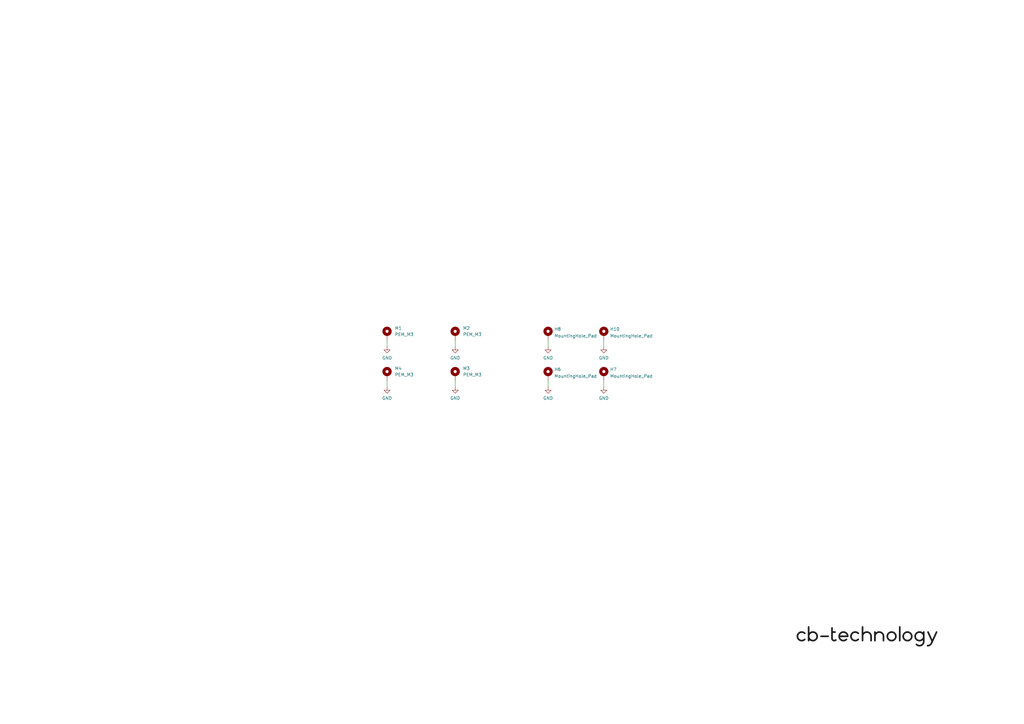
<source format=kicad_sch>
(kicad_sch (version 20230121) (generator eeschema)
  (paper "A3")
  (title_block (title "MOTOR MOUNT FACEPLATE 22mm 0deg") (date "2024-04-17") (rev "v1.0") (company "CB-TECHNOLOGY"))
  (lib_symbols
    (symbol "M_Mechanical:PEM_M3 " (in_bom no)
      (property "Reference" "M" (at -0.635 -3.175 0))
      (property "Value" "PEM_M3" (at 0 3.175 0))
      (symbol "PEM_M3 _0_1"
        (circle (center 0 0) (radius 1.27) (stroke (width 1.27)))
      )
      (symbol "PEM_M3 _1_1"
        (pin passive line (at 3.81 0 180) (length 2.54) (name "~") (number ""))
      )
    )
    (symbol "Mechanical:MountingHole_Pad" (pin_numbers hide) (pin_names (offset 1.016) hide)
      (property "Reference" "H" (at 0 6.35 0))
      (property "Value" "MountingHole_Pad" (at 0 4.445 0))
      (symbol "MountingHole_Pad_0_1"
        (circle (center 0 1.27) (radius 1.27) (stroke (width 1.27)))
      )
      (symbol "MountingHole_Pad_1_1"
        (pin input line (at 0 -2.54 90) (length 2.54) (name "1") (number "1"))
      )
    )
    (symbol "power:GND" (power) (pin_names (offset 0))
      (property "Value" "GND" (at 0 -3.81 0))
      (symbol "GND_0_1"
        (polyline (pts (xy 0 0) (xy 0 -1.27) (xy 1.27 -1.27) (xy 0 -2.54) (xy -1.27 -1.27) (xy 0 -1.27)))
      )
      (symbol "GND_1_1"
        (pin power_in line (at 0 0 270) (length 0) hide (name "GND") (number "1"))
      )
    )
  )
  (wire (pts (xy 158.75 158.75) (xy 158.75 156.21)))
  (wire (pts (xy 247.65 142.24) (xy 247.65 139.7)))
  (wire (pts (xy 158.75 142.24) (xy 158.75 139.7)))
  (wire (pts (xy 247.65 158.75) (xy 247.65 156.21)))
  (wire (pts (xy 224.79 158.75) (xy 224.79 156.21)))
  (wire (pts (xy 186.69 158.75) (xy 186.69 156.21)))
  (wire (pts (xy 224.79 142.24) (xy 224.79 139.7)))
  (wire (pts (xy 186.69 142.24) (xy 186.69 139.7)))
  (image (at 355.6 260.985) (scale 0.227268))
  (symbol (lib_id "power:GND") (at 186.69 158.75 0) (unit 1)
    (property "Reference" "#PWR010" (effects hide))
    (property "Value" "GND" (at 186.69 163.3125 0))
  )
  (symbol (lib_id "Mechanical:MountingHole_Pad") (at 247.65 137.16 0) (unit 1) (in_bom no)
    (property "Reference" "H10" (at 250.19 134.9815 0) (effects (justify left)))
    (property "Value" "MountingHole_Pad" (at 250.19 137.7566 0) (effects (justify left)))
    (property "Footprint" "MountingHole:MountingHole_2.2mm_M2_Pad_TopOnly" (effects hide))
  )
  (symbol (lib_id "Mechanical:MountingHole_Pad") (at 224.79 153.67 0) (unit 1) (in_bom no)
    (property "Reference" "H6" (at 227.33 151.4915 0) (effects (justify left)))
    (property "Value" "MountingHole_Pad" (at 227.33 154.2666 0) (effects (justify left)))
    (property "Footprint" "MountingHole:MountingHole_2.2mm_M2_Pad_TopOnly" (effects hide))
  )
  (symbol (lib_id "power:GND") (at 224.79 142.24 0) (unit 1)
    (property "Reference" "#PWR07" (effects hide))
    (property "Value" "GND" (at 224.79 146.8025 0))
  )
  (symbol (lib_id "power:GND") (at 224.79 158.75 0) (unit 1)
    (property "Reference" "#PWR0101" (effects hide))
    (property "Value" "GND" (at 224.79 163.3125 0))
  )
  (symbol (lib_id "power:GND") (at 247.65 158.75 0) (unit 1)
    (property "Reference" "#PWR0102" (effects hide))
    (property "Value" "GND" (at 247.65 163.3125 0))
  )
  (symbol (lib_id "power:GND") (at 247.65 142.24 0) (unit 1)
    (property "Reference" "#PWR09" (effects hide))
    (property "Value" "GND" (at 247.65 146.8025 0))
  )
  (symbol (lib_id "Mechanical:MountingHole_Pad") (at 224.79 137.16 0) (unit 1) (in_bom no)
    (property "Reference" "H8" (at 227.33 134.9815 0) (effects (justify left)))
    (property "Value" "MountingHole_Pad" (at 227.33 137.7566 0) (effects (justify left)))
    (property "Footprint" "MountingHole:MountingHole_2.2mm_M2_Pad_TopOnly" (effects hide))
  )
  (symbol (lib_id "M_Mechanical:PEM_M3 ") (at 186.69 152.4 270) (unit 1)
    (property "Reference" "M3" (at 189.865 151.13 90) (effects (justify left)))
    (property "Value" "PEM_M3" (at 189.865 153.67 90) (effects (justify left)))
    (property "Footprint" "M_Mechanical:PEM_M3" (effects hide))
    (property "Datasheet" "https://www.lcsc.com/datasheet/lcsc_datasheet_2111221230_Sinhoo-SMTSO3020MTJ_C2915633.pdf" (effects hide))
    (property "LCSC_Part" "C2915633" (effects hide))
    (property "MFG_Part" "SMTSO3020MTJ" (effects hide))
  )
  (symbol (lib_id "M_Mechanical:PEM_M3 ") (at 186.69 135.89 270) (unit 1)
    (property "Reference" "M2" (at 189.865 134.62 90) (effects (justify left)))
    (property "Value" "PEM_M3" (at 189.865 137.16 90) (effects (justify left)))
    (property "Footprint" "M_Mechanical:PEM_M3" (effects hide))
    (property "Datasheet" "https://www.lcsc.com/datasheet/lcsc_datasheet_2111221230_Sinhoo-SMTSO3020MTJ_C2915633.pdf" (effects hide))
    (property "LCSC_Part" "C2915633" (effects hide))
    (property "MFG_Part" "SMTSO3020MTJ" (effects hide))
  )
  (symbol (lib_id "Mechanical:MountingHole_Pad") (at 247.65 153.67 0) (unit 1) (in_bom no)
    (property "Reference" "H7" (at 250.19 151.4915 0) (effects (justify left)))
    (property "Value" "MountingHole_Pad" (at 250.19 154.2666 0) (effects (justify left)))
    (property "Footprint" "MountingHole:MountingHole_2.2mm_M2_Pad_TopOnly" (effects hide))
  )
  (symbol (lib_id "power:GND") (at 158.75 142.24 0) (unit 1)
    (property "Reference" "#PWR05" (effects hide))
    (property "Value" "GND" (at 158.75 146.8025 0))
  )
  (symbol (lib_id "power:GND") (at 186.69 142.24 0) (unit 1)
    (property "Reference" "#PWR08" (effects hide))
    (property "Value" "GND" (at 186.69 146.8025 0))
  )
  (symbol (lib_id "M_Mechanical:PEM_M3 ") (at 158.75 135.89 270) (unit 1)
    (property "Reference" "M1" (at 161.925 134.62 90) (effects (justify left)))
    (property "Value" "PEM_M3" (at 161.925 137.16 90) (effects (justify left)))
    (property "Footprint" "M_Mechanical:PEM_M3" (effects hide))
    (property "Datasheet" "https://www.lcsc.com/datasheet/lcsc_datasheet_2111221230_Sinhoo-SMTSO3020MTJ_C2915633.pdf" (effects hide))
    (property "LCSC_Part" "C2915633" (effects hide))
    (property "MFG_Part" "SMTSO3020MTJ" (effects hide))
  )
  (symbol (lib_id "M_Mechanical:PEM_M3 ") (at 158.75 152.4 270) (unit 1)
    (property "Reference" "M4" (at 161.925 151.13 90) (effects (justify left)))
    (property "Value" "PEM_M3" (at 161.925 153.67 90) (effects (justify left)))
    (property "Footprint" "M_Mechanical:PEM_M3" (effects hide))
    (property "Datasheet" "https://www.lcsc.com/datasheet/lcsc_datasheet_2111221230_Sinhoo-SMTSO3020MTJ_C2915633.pdf" (effects hide))
    (property "LCSC_Part" "C2915633" (effects hide))
    (property "MFG_Part" "SMTSO3020MTJ" (effects hide))
  )
  (symbol (lib_id "power:GND") (at 158.75 158.75 0) (unit 1)
    (property "Reference" "#PWR06" (effects hide))
    (property "Value" "GND" (at 158.75 163.3125 0))
  )
)
</source>
